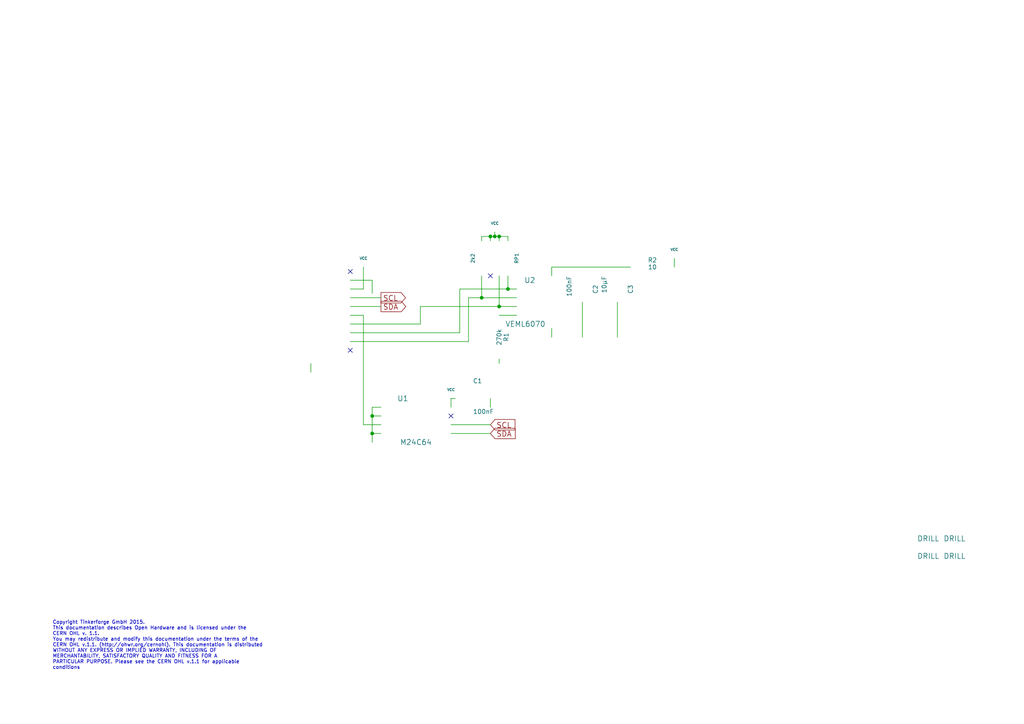
<source format=kicad_sch>
(kicad_sch (version 20230121) (generator eeschema)
  (paper "A4")
  (title_block (title "UV Light Bricklet") (date "Do 30 Jul 2015") (rev "1.0") (company "Tinkerforge GmbH") (comment 1 "Licensed under CERN OHL v.1.1") (comment 2 "Copyright (©) 2015, B.Nordmeyer <bastian@tinkerforge.com>"))
  (lib_symbols)
  (junction (at 139.7 86.36))
  (junction (at 142.24 68.58))
  (junction (at 144.78 68.58))
  (junction (at 144.78 88.9))
  (junction (at 107.95 120.65))
  (junction (at 147.32 83.82))
  (junction (at 143.51 68.58))
  (junction (at 107.95 125.73))
  (no_connect (at 101.6 78.74))
  (no_connect (at 142.24 80.01))
  (no_connect (at 101.6 101.6))
  (no_connect (at 130.81 120.65))
  (wire (pts (xy 130.81 118.11) (xy 130.81 115.57)))
  (wire (pts (xy 143.51 68.58) (xy 144.78 68.58)))
  (wire (pts (xy 107.95 81.28) (xy 107.95 85.09)))
  (wire (pts (xy 107.95 118.11) (xy 110.49 118.11)))
  (wire (pts (xy 168.91 97.79) (xy 168.91 87.63)))
  (wire (pts (xy 147.32 68.58) (xy 147.32 69.85)))
  (wire (pts (xy 101.6 81.28) (xy 107.95 81.28)))
  (wire (pts (xy 135.89 99.06) (xy 101.6 99.06)))
  (wire (pts (xy 107.95 120.65) (xy 110.49 120.65)))
  (wire (pts (xy 130.81 123.19) (xy 142.24 123.19)))
  (wire (pts (xy 110.49 123.19) (xy 105.41 123.19)))
  (wire (pts (xy 195.58 77.47) (xy 195.58 74.93)))
  (wire (pts (xy 135.89 86.36) (xy 139.7 86.36)))
  (wire (pts (xy 105.41 83.82) (xy 101.6 83.82)))
  (wire (pts (xy 139.7 68.58) (xy 142.24 68.58)))
  (wire (pts (xy 144.78 80.01) (xy 144.78 88.9)))
  (wire (pts (xy 105.41 123.19) (xy 105.41 91.44)))
  (wire (pts (xy 142.24 68.58) (xy 142.24 69.85)))
  (wire (pts (xy 107.95 125.73) (xy 107.95 120.65)))
  (wire (pts (xy 147.32 83.82) (xy 133.35 83.82)))
  (wire (pts (xy 144.78 68.58) (xy 147.32 68.58)))
  (wire (pts (xy 179.07 97.79) (xy 179.07 87.63)))
  (wire (pts (xy 101.6 96.52) (xy 133.35 96.52)))
  (wire (pts (xy 149.86 83.82) (xy 147.32 83.82)))
  (wire (pts (xy 105.41 77.47) (xy 105.41 83.82)))
  (wire (pts (xy 121.92 93.98) (xy 101.6 93.98)))
  (wire (pts (xy 101.6 86.36) (xy 110.49 86.36)))
  (wire (pts (xy 160.02 80.01) (xy 160.02 77.47)))
  (wire (pts (xy 90.17 107.95) (xy 90.17 105.41)))
  (wire (pts (xy 139.7 68.58) (xy 139.7 69.85)))
  (wire (pts (xy 144.78 105.41) (xy 144.78 104.14)))
  (wire (pts (xy 147.32 83.82) (xy 147.32 80.01)))
  (wire (pts (xy 121.92 88.9) (xy 121.92 93.98)))
  (wire (pts (xy 135.89 86.36) (xy 135.89 99.06)))
  (wire (pts (xy 133.35 96.52) (xy 133.35 83.82)))
  (wire (pts (xy 107.95 120.65) (xy 107.95 118.11)))
  (wire (pts (xy 139.7 86.36) (xy 149.86 86.36)))
  (wire (pts (xy 101.6 88.9) (xy 110.49 88.9)))
  (wire (pts (xy 160.02 77.47) (xy 182.88 77.47)))
  (wire (pts (xy 142.24 115.57) (xy 142.24 118.11)))
  (wire (pts (xy 107.95 128.27) (xy 107.95 125.73)))
  (wire (pts (xy 130.81 125.73) (xy 142.24 125.73)))
  (wire (pts (xy 160.02 97.79) (xy 160.02 95.25)))
  (wire (pts (xy 105.41 91.44) (xy 101.6 91.44)))
  (wire (pts (xy 149.86 91.44) (xy 144.78 91.44)))
  (wire (pts (xy 139.7 80.01) (xy 139.7 86.36)))
  (wire (pts (xy 143.51 67.31) (xy 143.51 68.58)))
  (wire (pts (xy 130.81 115.57) (xy 132.08 115.57)))
  (wire (pts (xy 144.78 88.9) (xy 149.86 88.9)))
  (wire (pts (xy 142.24 68.58) (xy 143.51 68.58)))
  (wire (pts (xy 121.92 88.9) (xy 144.78 88.9)))
  (wire (pts (xy 107.95 125.73) (xy 110.49 125.73)))
  (wire (pts (xy 144.78 69.85) (xy 144.78 68.58)))
  (text "Copyright Tinkerforge GmbH 2015.\nThis documentation describes Open Hardware and is licensed under the\nCERN OHL v. 1.1.\nYou may redistribute and modify this documentation under the terms of the\nCERN OHL v.1.1. (http://ohwr.org/cernohl). This documentation is distributed\nWITHOUT ANY EXPRESS OR IMPLIED WARRANTY, INCLUDING OF\nMERCHANTABILITY, SATISFACTORY QUALITY AND FITNESS FOR A\nPARTICULAR PURPOSE. Please see the CERN OHL v.1.1 for applicable\nconditions\n" (at 15.24 194.31 0) (effects (font (size 1.016 1.016)) (justify left bottom)))
  (global_label "SDA" (shape input) (at 142.24 125.73 0) (effects (font (size 1.524 1.524))) (property "Intersheetrefs" "${INTERSHEET_REFS}" (effects hide)))
  (global_label "SDA" (shape output) (at 110.49 88.9 0) (effects (font (size 1.524 1.524))) (property "Intersheetrefs" "${INTERSHEET_REFS}" (effects hide)))
  (global_label "SCL" (shape input) (at 142.24 123.19 0) (effects (font (size 1.524 1.524))) (property "Intersheetrefs" "${INTERSHEET_REFS}" (effects hide)))
  (global_label "SCL" (shape output) (at 110.49 86.36 0) (effects (font (size 1.524 1.524))) (property "Intersheetrefs" "${INTERSHEET_REFS}" (effects hide)))
  (symbol (lib_id "CON-SENSOR") (at 90.17 90.17 0) (mirror y) (unit 1)
    (property "Reference" "P1" (at 96.52 76.2 0) (effects (font (size 1.524 1.524))))
    (property "Value" "CON-SENSOR" (at 86.36 90.17 90) (effects (font (size 1.524 1.524))))
    (property "Footprint" "kicad-libraries:CON-SENSOR" (effects hide))
  )
  (symbol (lib_id "GND") (at 90.17 107.95 0) (unit 1)
    (property "Reference" "#PWR06" (effects hide))
    (property "Value" "GND" (effects hide))
  )
  (symbol (lib_id "GND") (at 107.95 85.09 0) (unit 1)
    (property "Reference" "#PWR05" (effects hide))
    (property "Value" "GND" (effects hide))
  )
  (symbol (lib_id "VCC") (at 105.41 77.47 0) (unit 1)
    (property "Reference" "#PWR04" (effects hide))
    (property "Value" "VCC" (at 105.41 74.93 0) (effects (font (size 0.762 0.762))))
  )
  (symbol (lib_id "CAT24C") (at 120.65 128.27 0) (unit 1)
    (property "Reference" "U1" (at 116.84 115.57 0) (effects (font (size 1.524 1.524))))
    (property "Value" "M24C64" (at 120.65 128.27 0) (effects (font (size 1.524 1.524))))
    (property "Footprint" "kicad-libraries:SOIC8" (effects hide))
  )
  (symbol (lib_id "GND") (at 107.95 128.27 0) (unit 1)
    (property "Reference" "#PWR03" (effects hide))
    (property "Value" "GND" (effects hide))
  )
  (symbol (lib_id "VCC") (at 130.81 115.57 0) (unit 1)
    (property "Reference" "#PWR02" (effects hide))
    (property "Value" "VCC" (at 130.81 113.03 0) (effects (font (size 0.762 0.762))))
  )
  (symbol (lib_id "DRILL") (at 276.86 161.29 0) (unit 1)
    (property "Reference" "U6" (effects hide))
    (property "Value" "DRILL" (at 276.86 161.29 0) (effects (font (size 1.524 1.524))))
    (property "Footprint" "kicad-libraries:DRILL_NP" (effects hide))
  )
  (symbol (lib_id "DRILL") (at 276.86 156.21 0) (unit 1)
    (property "Reference" "U5" (effects hide))
    (property "Value" "DRILL" (at 276.86 156.21 0) (effects (font (size 1.524 1.524))))
    (property "Footprint" "kicad-libraries:DRILL_NP" (effects hide))
  )
  (symbol (lib_id "DRILL") (at 269.24 156.21 0) (unit 1)
    (property "Reference" "U3" (effects hide))
    (property "Value" "DRILL" (at 269.24 156.21 0) (effects (font (size 1.524 1.524))))
    (property "Footprint" "kicad-libraries:DRILL_NP" (effects hide))
  )
  (symbol (lib_id "DRILL") (at 269.24 161.29 0) (unit 1)
    (property "Reference" "U4" (effects hide))
    (property "Value" "DRILL" (at 269.24 161.29 0) (effects (font (size 1.524 1.524))))
    (property "Footprint" "kicad-libraries:DRILL_NP" (effects hide))
  )
  (symbol (lib_id "C") (at 137.16 115.57 270) (unit 1)
    (property "Reference" "C1" (at 137.16 110.49 90) (effects (justify left)))
    (property "Value" "100nF" (at 137.16 119.38 90) (effects (justify left)))
    (property "Footprint" "kicad-libraries:C0603" (effects hide))
  )
  (symbol (lib_id "GND") (at 142.24 118.11 0) (unit 1)
    (property "Reference" "#PWR01" (effects hide))
    (property "Value" "GND" (effects hide))
  )
  (symbol (lib_id "GND") (at 160.02 97.79 0) (unit 1)
    (property "Reference" "#PWR07" (effects hide))
    (property "Value" "GND" (effects hide))
  )
  (symbol (lib_id "C") (at 168.91 82.55 180) (unit 1)
    (property "Reference" "C2" (at 172.72 82.55 90) (effects (justify left)))
    (property "Value" "100nF" (at 165.1 80.01 90) (effects (justify left)))
    (property "Footprint" "kicad-libraries:C0603" (effects hide))
  )
  (symbol (lib_id "VCC") (at 143.51 67.31 0) (unit 1)
    (property "Reference" "#PWR08" (effects hide))
    (property "Value" "VCC" (at 143.51 64.77 0) (effects (font (size 0.762 0.762))))
  )
  (symbol (lib_id "R_PACK4") (at 138.43 74.93 270) (unit 1)
    (property "Reference" "RP1" (at 149.86 74.93 0) (effects (font (size 1.016 1.016))))
    (property "Value" "2k2" (at 137.16 74.93 0) (effects (font (size 1.016 1.016))))
    (property "Footprint" "kicad-libraries:0603X4" (effects hide))
  )
  (symbol (lib_id "VEML6070") (at 147.32 97.79 0) (unit 1)
    (property "Reference" "U2" (at 153.67 81.28 0) (effects (font (size 1.524 1.524))))
    (property "Value" "VEML6070" (at 152.4 93.98 0) (effects (font (size 1.524 1.524))))
    (property "Footprint" "kicad-libraries:OPLGA6" (effects hide))
  )
  (symbol (lib_id "R") (at 189.23 77.47 90) (unit 1)
    (property "Reference" "R2" (at 189.23 75.438 90))
    (property "Value" "10" (at 189.23 77.47 90))
    (property "Footprint" "kicad-libraries:R0603" (effects hide))
  )
  (symbol (lib_id "C") (at 179.07 82.55 180) (unit 1)
    (property "Reference" "C3" (at 182.88 82.55 90) (effects (justify left)))
    (property "Value" "10µF" (at 175.26 80.01 90) (effects (justify left)))
    (property "Footprint" "kicad-libraries:C0603" (effects hide))
  )
  (symbol (lib_id "GND") (at 168.91 97.79 0) (unit 1)
    (property "Reference" "#PWR09" (effects hide))
    (property "Value" "GND" (effects hide))
  )
  (symbol (lib_id "GND") (at 179.07 97.79 0) (unit 1)
    (property "Reference" "#PWR010" (effects hide))
    (property "Value" "GND" (effects hide))
  )
  (symbol (lib_id "VCC") (at 195.58 74.93 0) (unit 1)
    (property "Reference" "#PWR011" (effects hide))
    (property "Value" "VCC" (at 195.58 72.39 0) (effects (font (size 0.762 0.762))))
  )
  (symbol (lib_id "R") (at 144.78 97.79 0) (unit 1)
    (property "Reference" "R1" (at 146.812 97.79 90))
    (property "Value" "270k" (at 144.78 97.79 90))
    (property "Footprint" "kicad-libraries:R0603" (effects hide))
  )
  (symbol (lib_id "GND") (at 144.78 105.41 0) (unit 1)
    (property "Reference" "#PWR012" (effects hide))
    (property "Value" "GND" (effects hide))
  )
)
</source>
